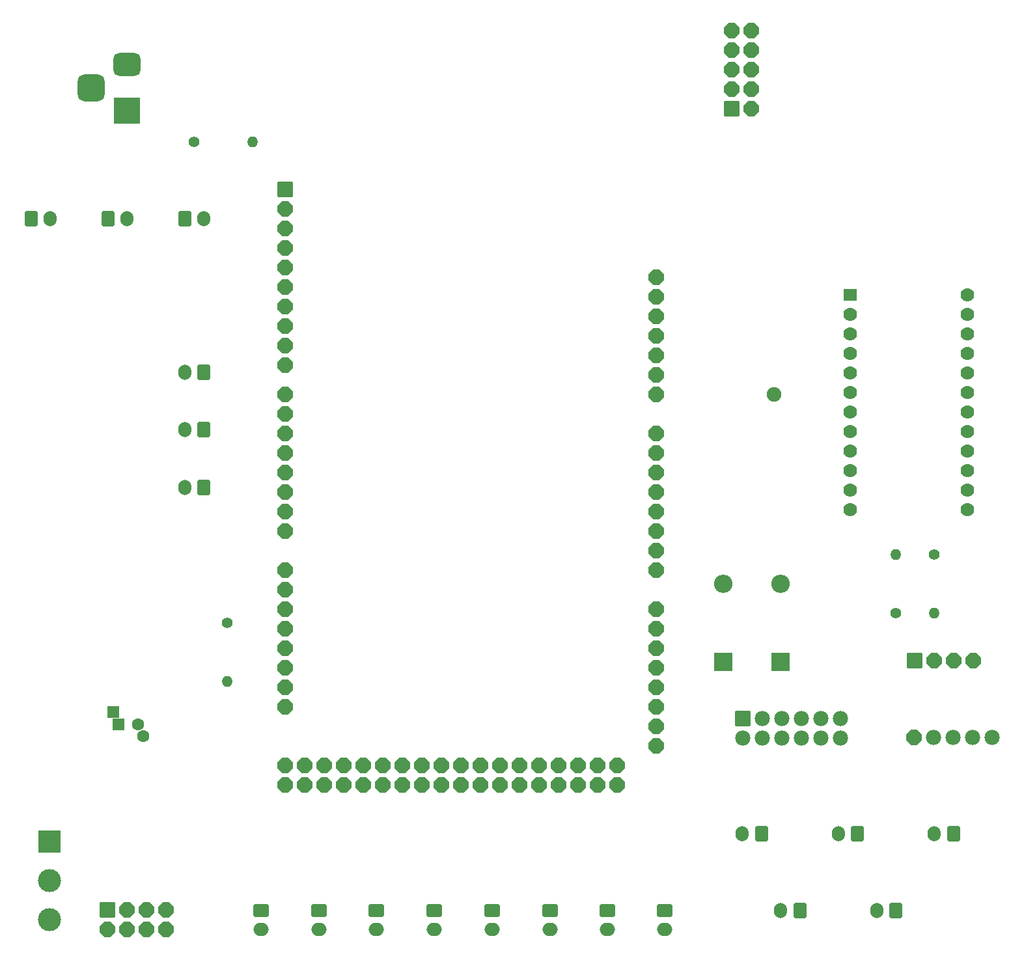
<source format=gbr>
%TF.GenerationSoftware,KiCad,Pcbnew,8.0.5*%
%TF.CreationDate,2024-10-16T12:35:09-06:00*%
%TF.ProjectId,main V4,6d61696e-2056-4342-9e6b-696361645f70,rev?*%
%TF.SameCoordinates,Original*%
%TF.FileFunction,Soldermask,Bot*%
%TF.FilePolarity,Negative*%
%FSLAX46Y46*%
G04 Gerber Fmt 4.6, Leading zero omitted, Abs format (unit mm)*
G04 Created by KiCad (PCBNEW 8.0.5) date 2024-10-16 12:35:09*
%MOMM*%
%LPD*%
G01*
G04 APERTURE LIST*
G04 Aperture macros list*
%AMRoundRect*
0 Rectangle with rounded corners*
0 $1 Rounding radius*
0 $2 $3 $4 $5 $6 $7 $8 $9 X,Y pos of 4 corners*
0 Add a 4 corners polygon primitive as box body*
4,1,4,$2,$3,$4,$5,$6,$7,$8,$9,$2,$3,0*
0 Add four circle primitives for the rounded corners*
1,1,$1+$1,$2,$3*
1,1,$1+$1,$4,$5*
1,1,$1+$1,$6,$7*
1,1,$1+$1,$8,$9*
0 Add four rect primitives between the rounded corners*
20,1,$1+$1,$2,$3,$4,$5,0*
20,1,$1+$1,$4,$5,$6,$7,0*
20,1,$1+$1,$6,$7,$8,$9,0*
20,1,$1+$1,$8,$9,$2,$3,0*%
%AMFreePoly0*
4,1,25,0.427955,0.971196,0.440078,0.960842,0.960842,0.440078,0.989349,0.384130,0.990600,0.368236,0.990600,-0.368236,0.971196,-0.427955,0.960842,-0.440078,0.440078,-0.960842,0.384130,-0.989349,0.368236,-0.990600,-0.368236,-0.990600,-0.427955,-0.971196,-0.440078,-0.960842,-0.960842,-0.440078,-0.989349,-0.384130,-0.990600,-0.368236,-0.990600,0.368236,-0.971196,0.427955,-0.960842,0.440078,
-0.440078,0.960842,-0.384130,0.989349,-0.368236,0.990600,0.368236,0.990600,0.427955,0.971196,0.427955,0.971196,$1*%
G04 Aperture macros list end*
%ADD10R,1.600000X1.600000*%
%ADD11C,1.600000*%
%ADD12RoundRect,0.101600X-0.889000X-0.889000X0.889000X-0.889000X0.889000X0.889000X-0.889000X0.889000X0*%
%ADD13FreePoly0,0.000000*%
%ADD14R,3.500000X3.500000*%
%ADD15RoundRect,0.750000X-1.000000X0.750000X-1.000000X-0.750000X1.000000X-0.750000X1.000000X0.750000X0*%
%ADD16RoundRect,0.875000X-0.875000X0.875000X-0.875000X-0.875000X0.875000X-0.875000X0.875000X0.875000X0*%
%ADD17RoundRect,0.250000X-0.750000X0.600000X-0.750000X-0.600000X0.750000X-0.600000X0.750000X0.600000X0*%
%ADD18O,2.000000X1.700000*%
%ADD19C,1.400000*%
%ADD20O,1.400000X1.400000*%
%ADD21RoundRect,0.250000X-0.600000X-0.750000X0.600000X-0.750000X0.600000X0.750000X-0.600000X0.750000X0*%
%ADD22O,1.700000X2.000000*%
%ADD23RoundRect,0.250000X0.600000X0.750000X-0.600000X0.750000X-0.600000X-0.750000X0.600000X-0.750000X0*%
%ADD24FreePoly0,90.000000*%
%ADD25RoundRect,0.101600X0.889000X-0.889000X0.889000X0.889000X-0.889000X0.889000X-0.889000X-0.889000X0*%
%ADD26R,2.400000X2.400000*%
%ADD27O,2.400000X2.400000*%
%ADD28RoundRect,0.102000X-0.889000X-0.889000X0.889000X-0.889000X0.889000X0.889000X-0.889000X0.889000X0*%
%ADD29C,1.982000*%
%ADD30R,3.000000X3.000000*%
%ADD31C,3.000000*%
%ADD32FreePoly0,180.000000*%
%ADD33RoundRect,0.101600X0.889000X0.889000X-0.889000X0.889000X-0.889000X-0.889000X0.889000X-0.889000X0*%
%ADD34C,1.905000*%
%ADD35R,1.778000X1.524000*%
%ADD36C,1.778000*%
%ADD37C,1.981200*%
G04 APERTURE END LIST*
D10*
%TO.C,C2*%
X80740126Y-131674000D03*
X81411063Y-133274000D03*
D11*
X83911063Y-133274000D03*
X84582000Y-134874000D03*
%TD*%
D12*
%TO.C,U$2*%
X184960000Y-125000000D03*
D13*
X187500000Y-125000000D03*
X190040000Y-125000000D03*
X192580000Y-125000000D03*
%TD*%
D14*
%TO.C,J1*%
X82500000Y-53500000D03*
D15*
X82500000Y-47500000D03*
D16*
X77800000Y-50500000D03*
%TD*%
D17*
%TO.C,SW6*%
X137500000Y-157500000D03*
D18*
X137500000Y-160000000D03*
%TD*%
D17*
%TO.C,SW4*%
X122450000Y-157500000D03*
D18*
X122450000Y-160000000D03*
%TD*%
D17*
%TO.C,SW1*%
X99950000Y-157500000D03*
D18*
X99950000Y-160000000D03*
%TD*%
D19*
%TO.C,R2*%
X182500000Y-118810000D03*
D20*
X182500000Y-111190000D03*
%TD*%
D21*
%TO.C,POWER_LED0*%
X90000000Y-67500000D03*
D22*
X92500000Y-67500000D03*
%TD*%
D23*
%TO.C,JACK_CON3*%
X177500000Y-147500000D03*
D22*
X175000000Y-147500000D03*
%TD*%
D23*
%TO.C,JACK_CON1*%
X165000000Y-147500000D03*
D22*
X162500000Y-147500000D03*
%TD*%
D23*
%TO.C,SECTION_2_BUTTON0*%
X92500000Y-95000000D03*
D22*
X90000000Y-95000000D03*
%TD*%
D17*
%TO.C,SW5*%
X129950000Y-157500000D03*
D18*
X129950000Y-160000000D03*
%TD*%
D21*
%TO.C,RESET0*%
X80000000Y-67500000D03*
D22*
X82500000Y-67500000D03*
%TD*%
D21*
%TO.C,PWR_IN0*%
X70000000Y-67500000D03*
D22*
X72500000Y-67500000D03*
%TD*%
D24*
%TO.C,11*%
X163703000Y-43053000D03*
X161163000Y-43053000D03*
D25*
X161163000Y-53213000D03*
D24*
X161163000Y-45593000D03*
X161163000Y-50673000D03*
X163703000Y-45593000D03*
X163703000Y-48133000D03*
X161163000Y-48133000D03*
X163703000Y-53213000D03*
X163703000Y-50673000D03*
%TD*%
D26*
%TO.C,D2*%
X160000000Y-125160000D03*
D27*
X160000000Y-115000000D03*
%TD*%
D17*
%TO.C,SW3*%
X114950000Y-157500000D03*
D18*
X114950000Y-160000000D03*
%TD*%
D23*
%TO.C,JACK_CON5*%
X190000000Y-147500000D03*
D22*
X187500000Y-147500000D03*
%TD*%
D19*
%TO.C,Neopixel Resistor*%
X95504000Y-120142000D03*
D20*
X95504000Y-127762000D03*
%TD*%
D17*
%TO.C,SW2*%
X107450000Y-157500000D03*
D18*
X107450000Y-160000000D03*
%TD*%
D28*
%TO.C,C1*%
X162560000Y-132588000D03*
D29*
X165100000Y-132588000D03*
X167640000Y-132588000D03*
X172720000Y-135128000D03*
X172720000Y-132588000D03*
X175260000Y-132588000D03*
X170180000Y-132588000D03*
X170180000Y-135128000D03*
X162560000Y-135128000D03*
X167640000Y-135128000D03*
X165100000Y-135128000D03*
X175260000Y-135128000D03*
%TD*%
D19*
%TO.C,R1*%
X91190000Y-57500000D03*
D20*
X98810000Y-57500000D03*
%TD*%
D17*
%TO.C,SW8*%
X152450000Y-157500000D03*
D18*
X152450000Y-160000000D03*
%TD*%
D12*
%TO.C,U$4*%
X79960000Y-157460000D03*
D13*
X82500000Y-157460000D03*
X85040000Y-157460000D03*
X87580000Y-157460000D03*
X79960000Y-160000000D03*
X82500000Y-160000000D03*
X85040000Y-160000000D03*
X87580000Y-160000000D03*
%TD*%
D17*
%TO.C,SW7*%
X144950000Y-157500000D03*
D18*
X144950000Y-160000000D03*
%TD*%
D30*
%TO.C,X1*%
X72390000Y-148590000D03*
D31*
X72390000Y-153670000D03*
X72390000Y-158750000D03*
%TD*%
D32*
%TO.C,U$1*%
X151328500Y-80210000D03*
X151328500Y-82750000D03*
X103068500Y-138630000D03*
X103068500Y-141170000D03*
X151328500Y-95450000D03*
X151328500Y-97990000D03*
X151328500Y-100530000D03*
X151328500Y-103070000D03*
X151328500Y-105610000D03*
X151328500Y-108150000D03*
X151328500Y-110690000D03*
X151328500Y-113230000D03*
X151328500Y-118310000D03*
X151328500Y-120850000D03*
X151328500Y-123390000D03*
X151328500Y-125930000D03*
X151328500Y-128470000D03*
X151328500Y-131010000D03*
X151328500Y-133550000D03*
X151328500Y-136090000D03*
X103068500Y-68780000D03*
X103068500Y-108150000D03*
X103068500Y-105610000D03*
X103068500Y-103070000D03*
X103068500Y-100530000D03*
X103068500Y-97990000D03*
X103068500Y-95450000D03*
X103068500Y-92910000D03*
X103068500Y-90370000D03*
X103068500Y-86560000D03*
X103068500Y-84020000D03*
X103068500Y-81480000D03*
X103068500Y-78940000D03*
X103068500Y-76400000D03*
X103068500Y-73860000D03*
X103068500Y-113230000D03*
X103068500Y-115770000D03*
X103068500Y-118310000D03*
X103068500Y-120850000D03*
X103068500Y-123390000D03*
X103068500Y-125930000D03*
X103068500Y-128470000D03*
X103068500Y-131010000D03*
X105608500Y-138630000D03*
X105608500Y-141170000D03*
X108148500Y-138630000D03*
X108148500Y-141170000D03*
X110688500Y-138630000D03*
X110688500Y-141170000D03*
X113228500Y-138630000D03*
X113228500Y-141170000D03*
X115768500Y-138630000D03*
X115768500Y-141170000D03*
X118308500Y-138630000D03*
X118308500Y-141170000D03*
X120848500Y-138630000D03*
X120848500Y-141170000D03*
X123388500Y-138630000D03*
X123388500Y-141170000D03*
X125928500Y-138630000D03*
X125928500Y-141170000D03*
X128468500Y-138630000D03*
X128468500Y-141170000D03*
X131008500Y-138630000D03*
X131008500Y-141170000D03*
X133548500Y-138630000D03*
X133548500Y-141170000D03*
X136088500Y-138630000D03*
X136088500Y-141170000D03*
X138628500Y-138630000D03*
X138628500Y-141170000D03*
X141168500Y-138630000D03*
X141168500Y-141170000D03*
X143708500Y-138630000D03*
X143708500Y-141170000D03*
X103068500Y-71320000D03*
X151328500Y-87830000D03*
X151328500Y-85290000D03*
X146248500Y-138630000D03*
X146248500Y-141170000D03*
X151328500Y-75130000D03*
X151328500Y-77670000D03*
D33*
X103068500Y-63700000D03*
D32*
X103068500Y-66240000D03*
X151328500Y-90370000D03*
%TD*%
D34*
%TO.C,U2*%
X166624000Y-90424000D03*
%TD*%
D23*
%TO.C,JACK_CON2*%
X170000000Y-157500000D03*
D22*
X167500000Y-157500000D03*
%TD*%
D23*
%TO.C,SECTION_1_BUTTON0*%
X92500000Y-102500000D03*
D22*
X90000000Y-102500000D03*
%TD*%
D35*
%TO.C,U1*%
X176530000Y-77470000D03*
D36*
X176530000Y-80010000D03*
X176530000Y-82550000D03*
X176530000Y-85090000D03*
X176530000Y-87630000D03*
X176530000Y-90170000D03*
X176530000Y-92710000D03*
X176530000Y-95250000D03*
X176530000Y-97790000D03*
X176530000Y-100330000D03*
X176530000Y-102870000D03*
X176530000Y-105410000D03*
X191770000Y-105410000D03*
X191770000Y-102870000D03*
X191770000Y-100330000D03*
X191770000Y-97790000D03*
X191770000Y-95250000D03*
X191770000Y-92710000D03*
X191770000Y-90170000D03*
X191770000Y-87630000D03*
X191770000Y-85090000D03*
X191770000Y-82550000D03*
X191770000Y-80010000D03*
X191770000Y-77470000D03*
%TD*%
D23*
%TO.C,JACK_CON4*%
X182500000Y-157500000D03*
D22*
X180000000Y-157500000D03*
%TD*%
D19*
%TO.C,R3*%
X187500000Y-111190000D03*
D20*
X187500000Y-118810000D03*
%TD*%
D37*
%TO.C,U$5*%
X192500000Y-135000000D03*
D13*
X184880000Y-135000000D03*
D37*
X187420000Y-135000000D03*
X195040000Y-135000000D03*
X189960000Y-135000000D03*
%TD*%
D23*
%TO.C,SECTION_3_BUTTON0*%
X92500000Y-87500000D03*
D22*
X90000000Y-87500000D03*
%TD*%
D26*
%TO.C,D1*%
X167500000Y-125160000D03*
D27*
X167500000Y-115000000D03*
%TD*%
M02*

</source>
